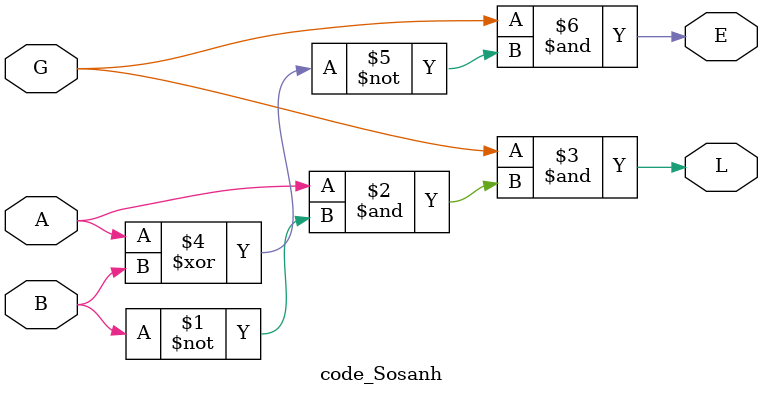
<source format=v>
`timescale 1ns / 1ps


module code_Sosanh(
    input A,
    input B,
    input G,
    output L,
    output E
    );
    
    assign L = G&(A&(~B));
    assign E = G&(~(A^B));
endmodule

</source>
